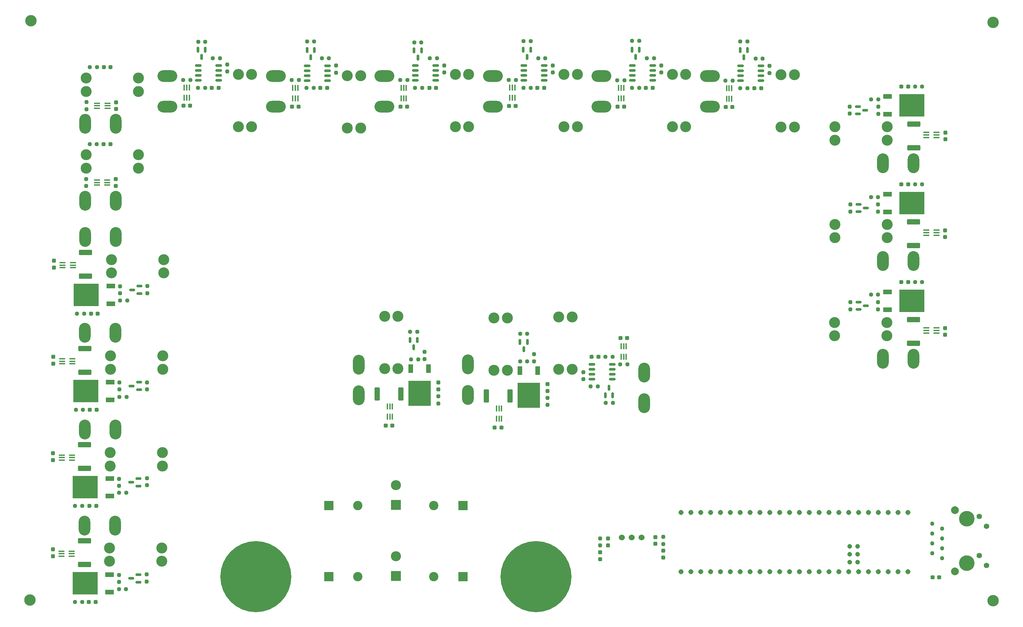
<source format=gts>
G04 #@! TF.GenerationSoftware,KiCad,Pcbnew,(6.0.7)*
G04 #@! TF.CreationDate,2023-03-20T21:13:55-05:00*
G04 #@! TF.ProjectId,2023 Powerboard,32303233-2050-46f7-9765-72626f617264,rev?*
G04 #@! TF.SameCoordinates,Original*
G04 #@! TF.FileFunction,Soldermask,Top*
G04 #@! TF.FilePolarity,Negative*
%FSLAX46Y46*%
G04 Gerber Fmt 4.6, Leading zero omitted, Abs format (unit mm)*
G04 Created by KiCad (PCBNEW (6.0.7)) date 2023-03-20 21:13:55*
%MOMM*%
%LPD*%
G01*
G04 APERTURE LIST*
G04 Aperture macros list*
%AMRoundRect*
0 Rectangle with rounded corners*
0 $1 Rounding radius*
0 $2 $3 $4 $5 $6 $7 $8 $9 X,Y pos of 4 corners*
0 Add a 4 corners polygon primitive as box body*
4,1,4,$2,$3,$4,$5,$6,$7,$8,$9,$2,$3,0*
0 Add four circle primitives for the rounded corners*
1,1,$1+$1,$2,$3*
1,1,$1+$1,$4,$5*
1,1,$1+$1,$6,$7*
1,1,$1+$1,$8,$9*
0 Add four rect primitives between the rounded corners*
20,1,$1+$1,$2,$3,$4,$5,0*
20,1,$1+$1,$4,$5,$6,$7,0*
20,1,$1+$1,$6,$7,$8,$9,0*
20,1,$1+$1,$8,$9,$2,$3,0*%
G04 Aperture macros list end*
%ADD10RoundRect,0.237500X-0.287500X-0.237500X0.287500X-0.237500X0.287500X0.237500X-0.287500X0.237500X0*%
%ADD11RoundRect,0.237500X0.237500X-0.250000X0.237500X0.250000X-0.237500X0.250000X-0.237500X-0.250000X0*%
%ADD12RoundRect,0.237500X0.250000X0.237500X-0.250000X0.237500X-0.250000X-0.237500X0.250000X-0.237500X0*%
%ADD13RoundRect,0.150000X0.587500X0.150000X-0.587500X0.150000X-0.587500X-0.150000X0.587500X-0.150000X0*%
%ADD14RoundRect,0.237500X-0.250000X-0.237500X0.250000X-0.237500X0.250000X0.237500X-0.250000X0.237500X0*%
%ADD15RoundRect,0.249999X0.450001X1.425001X-0.450001X1.425001X-0.450001X-1.425001X0.450001X-1.425001X0*%
%ADD16RoundRect,0.237500X-0.237500X0.250000X-0.237500X-0.250000X0.237500X-0.250000X0.237500X0.250000X0*%
%ADD17R,2.600000X2.600000*%
%ADD18O,2.600000X2.600000*%
%ADD19R,0.400000X1.500000*%
%ADD20R,2.400000X2.400000*%
%ADD21C,2.400000*%
%ADD22O,3.000000X5.100000*%
%ADD23C,2.946400*%
%ADD24RoundRect,0.237500X0.287500X0.237500X-0.287500X0.237500X-0.287500X-0.237500X0.287500X-0.237500X0*%
%ADD25RoundRect,0.249999X1.425001X-0.450001X1.425001X0.450001X-1.425001X0.450001X-1.425001X-0.450001X0*%
%ADD26RoundRect,0.237500X0.300000X0.237500X-0.300000X0.237500X-0.300000X-0.237500X0.300000X-0.237500X0*%
%ADD27C,2.819400*%
%ADD28RoundRect,0.150000X-0.150000X0.587500X-0.150000X-0.587500X0.150000X-0.587500X0.150000X0.587500X0*%
%ADD29R,1.500000X0.400000*%
%ADD30RoundRect,0.150000X0.675000X0.150000X-0.675000X0.150000X-0.675000X-0.150000X0.675000X-0.150000X0*%
%ADD31RoundRect,0.237500X-0.237500X0.300000X-0.237500X-0.300000X0.237500X-0.300000X0.237500X0.300000X0*%
%ADD32RoundRect,0.150000X-0.587500X-0.150000X0.587500X-0.150000X0.587500X0.150000X-0.587500X0.150000X0*%
%ADD33RoundRect,0.237500X-0.300000X-0.237500X0.300000X-0.237500X0.300000X0.237500X-0.300000X0.237500X0*%
%ADD34RoundRect,0.237500X0.237500X-0.300000X0.237500X0.300000X-0.237500X0.300000X-0.237500X-0.300000X0*%
%ADD35C,18.288000*%
%ADD36R,1.200000X2.200000*%
%ADD37R,5.800000X6.400000*%
%ADD38R,2.200000X1.200000*%
%ADD39R,6.400000X5.800000*%
%ADD40RoundRect,0.237500X0.237500X-0.287500X0.237500X0.287500X-0.237500X0.287500X-0.237500X-0.287500X0*%
%ADD41RoundRect,0.249999X-1.425001X0.450001X-1.425001X-0.450001X1.425001X-0.450001X1.425001X0.450001X0*%
%ADD42RoundRect,0.150000X0.150000X-0.587500X0.150000X0.587500X-0.150000X0.587500X-0.150000X-0.587500X0*%
%ADD43RoundRect,0.237500X-0.237500X0.287500X-0.237500X-0.287500X0.237500X-0.287500X0.237500X0.287500X0*%
%ADD44RoundRect,0.150000X-0.675000X-0.150000X0.675000X-0.150000X0.675000X0.150000X-0.675000X0.150000X0*%
%ADD45C,1.308000*%
%ADD46C,1.208000*%
%ADD47C,1.524000*%
%ADD48C,1.100000*%
%ADD49C,1.400000*%
%ADD50C,4.000000*%
%ADD51C,2.000000*%
%ADD52O,5.100000X3.000000*%
G04 APERTURE END LIST*
D10*
X244705500Y-67498000D03*
X246455500Y-67498000D03*
D11*
X125475400Y-123860600D03*
X125475400Y-122035600D03*
D12*
X120037900Y-105422100D03*
X118212900Y-105422100D03*
D11*
X238743700Y-49360500D03*
X238743700Y-47535500D03*
D13*
X48302400Y-145122900D03*
X48302400Y-143222900D03*
X46427400Y-144172900D03*
D14*
X118466900Y-112534100D03*
X120291900Y-112534100D03*
D15*
X143915900Y-121932100D03*
X137815900Y-121932100D03*
D16*
X43529500Y-93741200D03*
X43529500Y-95566200D03*
D14*
X63603500Y-42672000D03*
X65428500Y-42672000D03*
D17*
X114554000Y-168295000D03*
D18*
X114554000Y-163215000D03*
D12*
X149248500Y-30721086D03*
X147423500Y-30721086D03*
D16*
X162811500Y-115827100D03*
X162811500Y-117652100D03*
D19*
X173875500Y-109201300D03*
X173225500Y-109201300D03*
X172575500Y-109201300D03*
X172575500Y-111861300D03*
X173225500Y-111861300D03*
X173875500Y-111861300D03*
D20*
X97282000Y-168402000D03*
D21*
X104782000Y-168402000D03*
D22*
X104989400Y-113918100D03*
X104989400Y-121818100D03*
D23*
X20375880Y-174442120D03*
D24*
X37523000Y-125478500D03*
X35773000Y-125478500D03*
D11*
X154931000Y-38758500D03*
X154931000Y-36933500D03*
D24*
X124940000Y-42672000D03*
X123190000Y-42672000D03*
D11*
X50514500Y-120295000D03*
X50514500Y-118470000D03*
D14*
X43379000Y-122176500D03*
X45204000Y-122176500D03*
D12*
X65479300Y-30827561D03*
X63654300Y-30827561D03*
D25*
X34366200Y-165341600D03*
X34366200Y-159241600D03*
D14*
X172313000Y-113833300D03*
X174138000Y-113833300D03*
D12*
X93508200Y-30783500D03*
X91683200Y-30783500D03*
X153049500Y-35052000D03*
X151224500Y-35052000D03*
D19*
X143876000Y-45272000D03*
X144526000Y-45272000D03*
X145176000Y-45272000D03*
X145176000Y-42612000D03*
X144526000Y-42612000D03*
X143876000Y-42612000D03*
D14*
X164693000Y-119533600D03*
X166518000Y-119533600D03*
D26*
X117448500Y-47498000D03*
X115723500Y-47498000D03*
D11*
X71120000Y-38504500D03*
X71120000Y-36679500D03*
X210771700Y-38854000D03*
X210771700Y-37029000D03*
D27*
X227576800Y-56141700D03*
X227576800Y-52712700D03*
X241038800Y-56141700D03*
X241038800Y-52712700D03*
D10*
X164984500Y-111913600D03*
X166734500Y-111913600D03*
D26*
X89508500Y-47498000D03*
X87783500Y-47498000D03*
D28*
X121158000Y-33020000D03*
X119258000Y-33020000D03*
X120208000Y-34895000D03*
D12*
X250049000Y-92644000D03*
X248224000Y-92644000D03*
D28*
X148419900Y-108040600D03*
X146519900Y-108040600D03*
X147469900Y-109915600D03*
D11*
X182880000Y-38758500D03*
X182880000Y-36933500D03*
D12*
X61618500Y-40640000D03*
X59793500Y-40640000D03*
D23*
X268306420Y-25825580D03*
D24*
X152767000Y-42672000D03*
X151017000Y-42672000D03*
D19*
X199707700Y-45479800D03*
X200357700Y-45479800D03*
X201007700Y-45479800D03*
X201007700Y-42819800D03*
X200357700Y-42819800D03*
X199707700Y-42819800D03*
D24*
X41102500Y-37386300D03*
X39352500Y-37386300D03*
D12*
X173378500Y-40752300D03*
X171553500Y-40752300D03*
D10*
X244726700Y-42352000D03*
X246476700Y-42352000D03*
D27*
X156486900Y-101612100D03*
X159915900Y-101612100D03*
X159915900Y-115074100D03*
X156486900Y-115074100D03*
X54451500Y-136514800D03*
X54451500Y-139943800D03*
X40989500Y-139943800D03*
X40989500Y-136514800D03*
D14*
X31929700Y-174991600D03*
X33754700Y-174991600D03*
D26*
X61568500Y-47244000D03*
X59843500Y-47244000D03*
X141728400Y-130060100D03*
X140003400Y-130060100D03*
D27*
X227483600Y-106484500D03*
X227483600Y-103055500D03*
X240945600Y-103055500D03*
X240945600Y-106484500D03*
D24*
X208598700Y-42767500D03*
X206848700Y-42767500D03*
X180707000Y-42672000D03*
X178957000Y-42672000D03*
D27*
X213717619Y-52800500D03*
X217146619Y-52800500D03*
X213717619Y-39338500D03*
X217146619Y-39338500D03*
D19*
X140469900Y-127834100D03*
X141119900Y-127834100D03*
X141769900Y-127834100D03*
X141769900Y-125174100D03*
X141119900Y-125174100D03*
X140469900Y-125174100D03*
D27*
X54832500Y-86894000D03*
X54832500Y-90323000D03*
X41370500Y-86894000D03*
X41370500Y-90323000D03*
D29*
X253789700Y-55448000D03*
X253789700Y-54798000D03*
X253789700Y-54148000D03*
X251129700Y-54148000D03*
X251129700Y-54798000D03*
X251129700Y-55448000D03*
D30*
X68919000Y-40767000D03*
X68919000Y-39497000D03*
X68919000Y-38227000D03*
X68919000Y-36957000D03*
X63669000Y-36957000D03*
X63669000Y-38227000D03*
X63669000Y-39497000D03*
X63669000Y-40767000D03*
D11*
X238722500Y-99652500D03*
X238722500Y-97827500D03*
D25*
X34639500Y-91099700D03*
X34639500Y-84999700D03*
D24*
X96887000Y-42672000D03*
X95137000Y-42672000D03*
D20*
X97282000Y-150114000D03*
D21*
X104782000Y-150114000D03*
D11*
X167132000Y-160424500D03*
X167132000Y-158599500D03*
D27*
X227585200Y-77807900D03*
X227585200Y-81236900D03*
X241047200Y-81236900D03*
X241047200Y-77807900D03*
D16*
X231610500Y-97827500D03*
X231610500Y-99652500D03*
D11*
X238722500Y-74506500D03*
X238722500Y-72681500D03*
D31*
X42467500Y-66193500D03*
X42467500Y-67918500D03*
D32*
X233488200Y-47498000D03*
X233488200Y-49398000D03*
X235363200Y-48448000D03*
D19*
X60056000Y-45272000D03*
X60706000Y-45272000D03*
X61356000Y-45272000D03*
X61356000Y-42612000D03*
X60706000Y-42612000D03*
X60056000Y-42612000D03*
D27*
X48261100Y-59898043D03*
X48261100Y-63327043D03*
X34799100Y-59898043D03*
X34799100Y-63327043D03*
D33*
X172363000Y-107087600D03*
X174088000Y-107087600D03*
D32*
X233721000Y-72644000D03*
X233721000Y-74544000D03*
X235596000Y-73594000D03*
D31*
X42513500Y-46429800D03*
X42513500Y-48154800D03*
D28*
X149277000Y-32844500D03*
X147377000Y-32844500D03*
X148327000Y-34719500D03*
D31*
X255994500Y-104481500D03*
X255994500Y-106206500D03*
D34*
X26238200Y-163154100D03*
X26238200Y-161429100D03*
D35*
X78486000Y-168402000D03*
D12*
X238720600Y-70852700D03*
X236895600Y-70852700D03*
D20*
X131826000Y-168402000D03*
D21*
X124326000Y-168402000D03*
D26*
X201220200Y-47593500D03*
X199495200Y-47593500D03*
D22*
X133126200Y-113799600D03*
X133126200Y-121699600D03*
D34*
X26384500Y-113641000D03*
X26384500Y-111916000D03*
D27*
X77406500Y-52705000D03*
X73977500Y-52705000D03*
X73977500Y-39243000D03*
X77406500Y-39243000D03*
D34*
X26511500Y-88912200D03*
X26511500Y-87187200D03*
D23*
X20574000Y-25400000D03*
D14*
X32457000Y-100749700D03*
X34282000Y-100749700D03*
D16*
X43402500Y-118470000D03*
X43402500Y-120295000D03*
X231386700Y-47505300D03*
X231386700Y-49330300D03*
D12*
X208993700Y-35147500D03*
X207168700Y-35147500D03*
D36*
X122929400Y-114938100D03*
D37*
X120649400Y-121238100D03*
D36*
X118369400Y-114938100D03*
D15*
X115825400Y-121424100D03*
X109725400Y-121424100D03*
D38*
X40998500Y-122932500D03*
D39*
X34698500Y-120652500D03*
D38*
X40998500Y-118372500D03*
D29*
X253768500Y-80594000D03*
X253768500Y-79944000D03*
X253768500Y-79294000D03*
X251108500Y-79294000D03*
X251108500Y-79944000D03*
X251108500Y-80594000D03*
D31*
X169164000Y-158649500D03*
X169164000Y-160374500D03*
D12*
X250070200Y-42352000D03*
X248245200Y-42352000D03*
D26*
X173328500Y-47498000D03*
X171603500Y-47498000D03*
D12*
X148382400Y-105930100D03*
X146557400Y-105930100D03*
D38*
X241126500Y-70044000D03*
D39*
X247426500Y-72324000D03*
D38*
X241126500Y-74604000D03*
D16*
X43256200Y-167983100D03*
X43256200Y-169808100D03*
D12*
X117498500Y-40640000D03*
X115673500Y-40640000D03*
X125118500Y-35052000D03*
X123293500Y-35052000D03*
D16*
X231610500Y-72681500D03*
X231610500Y-74506500D03*
D38*
X40896900Y-147722900D03*
D39*
X34596900Y-145442900D03*
D38*
X40896900Y-143162900D03*
D12*
X121129500Y-31017481D03*
X119304500Y-31017481D03*
D27*
X133286500Y-52705000D03*
X129857500Y-52705000D03*
X129857500Y-39243000D03*
X133286500Y-39243000D03*
D13*
X48404000Y-120332500D03*
X48404000Y-118432500D03*
X46529000Y-119382500D03*
D32*
X233721000Y-97790000D03*
X233721000Y-99690000D03*
X235596000Y-98740000D03*
D14*
X203255200Y-42767500D03*
X205080200Y-42767500D03*
D30*
X208570700Y-40862500D03*
X208570700Y-39592500D03*
X208570700Y-38322500D03*
X208570700Y-37052500D03*
X203320700Y-37052500D03*
X203320700Y-38322500D03*
X203320700Y-39592500D03*
X203320700Y-40862500D03*
D24*
X37421400Y-150268900D03*
X35671400Y-150268900D03*
D28*
X205117700Y-32940000D03*
X203217700Y-32940000D03*
X204167700Y-34815000D03*
D26*
X113637900Y-129552100D03*
X111912900Y-129552100D03*
D14*
X91543500Y-42672000D03*
X93368500Y-42672000D03*
D24*
X37800500Y-100749700D03*
X36050500Y-100749700D03*
D11*
X153565900Y-124265100D03*
X153565900Y-122440100D03*
D30*
X152730000Y-40767000D03*
X152730000Y-39497000D03*
X152730000Y-38227000D03*
X152730000Y-36957000D03*
X147480000Y-36957000D03*
X147480000Y-38227000D03*
X147480000Y-39497000D03*
X147480000Y-40767000D03*
D16*
X34893500Y-46379800D03*
X34893500Y-48204800D03*
D38*
X241126500Y-95190000D03*
D39*
X247426500Y-97470000D03*
D38*
X241126500Y-99750000D03*
D14*
X175363500Y-42672000D03*
X177188500Y-42672000D03*
D33*
X252725500Y-168642500D03*
X254450500Y-168642500D03*
D28*
X177226000Y-32844500D03*
X175326000Y-32844500D03*
X176276000Y-34719500D03*
D27*
X54503000Y-115062000D03*
X54503000Y-111633000D03*
X41041000Y-115062000D03*
X41041000Y-111633000D03*
D29*
X28464200Y-161895600D03*
X28464200Y-162545600D03*
X28464200Y-163195600D03*
X31124200Y-163195600D03*
X31124200Y-162545600D03*
X31124200Y-161895600D03*
D27*
X185737500Y-52705000D03*
X189166500Y-52705000D03*
X189166500Y-39243000D03*
X185737500Y-39243000D03*
D29*
X28610500Y-112382500D03*
X28610500Y-113032500D03*
X28610500Y-113682500D03*
X31270500Y-113682500D03*
X31270500Y-113032500D03*
X31270500Y-112382500D03*
D13*
X48531000Y-95603700D03*
X48531000Y-93703700D03*
X46656000Y-94653700D03*
D30*
X124799000Y-40767000D03*
X124799000Y-39497000D03*
X124799000Y-38227000D03*
X124799000Y-36957000D03*
X119549000Y-36957000D03*
X119549000Y-38227000D03*
X119549000Y-39497000D03*
X119549000Y-40767000D03*
D12*
X89558500Y-40640000D03*
X87733500Y-40640000D03*
D40*
X167132000Y-163943000D03*
X167132000Y-162193000D03*
D25*
X34512500Y-115828500D03*
X34512500Y-109728500D03*
D41*
X247866500Y-77148000D03*
X247866500Y-83248000D03*
D19*
X171928000Y-45384300D03*
X172578000Y-45384300D03*
X173228000Y-45384300D03*
X173228000Y-42724300D03*
X172578000Y-42724300D03*
X171928000Y-42724300D03*
D14*
X32179500Y-125478500D03*
X34004500Y-125478500D03*
D27*
X102057200Y-53008500D03*
X105486200Y-53008500D03*
X102057200Y-39546500D03*
X105486200Y-39546500D03*
D40*
X183388000Y-163535500D03*
X183388000Y-161785500D03*
D14*
X119483500Y-42672000D03*
X121308500Y-42672000D03*
D24*
X68947000Y-42672000D03*
X67197000Y-42672000D03*
D30*
X96998700Y-40816500D03*
X96998700Y-39546500D03*
X96998700Y-38276500D03*
X96998700Y-37006500D03*
X91748700Y-37006500D03*
X91748700Y-38276500D03*
X91748700Y-39546500D03*
X91748700Y-40816500D03*
D42*
X168465500Y-121741100D03*
X170365500Y-121741100D03*
X169415500Y-119866100D03*
D12*
X238720600Y-95895200D03*
X236895600Y-95895200D03*
D13*
X48257700Y-169845600D03*
X48257700Y-167945600D03*
X46382700Y-168895600D03*
D22*
X178471500Y-123838000D03*
X178471500Y-115938000D03*
D35*
X150622000Y-168402000D03*
D11*
X50539900Y-95515400D03*
X50539900Y-93690400D03*
D31*
X255994500Y-79335500D03*
X255994500Y-81060500D03*
D12*
X145454900Y-40640000D03*
X143629900Y-40640000D03*
D43*
X125475400Y-118517100D03*
X125475400Y-120267100D03*
D12*
X170328000Y-111913600D03*
X168503000Y-111913600D03*
D14*
X43258100Y-171687700D03*
X45083100Y-171687700D03*
D28*
X65466000Y-32844500D03*
X63566000Y-32844500D03*
X64516000Y-34719500D03*
D29*
X253768500Y-105740000D03*
X253768500Y-105090000D03*
X253768500Y-104440000D03*
X251108500Y-104440000D03*
X251108500Y-105090000D03*
X251108500Y-105740000D03*
D12*
X238741800Y-45654000D03*
X236916800Y-45654000D03*
D28*
X120075400Y-107532600D03*
X118175400Y-107532600D03*
X119125400Y-109407600D03*
D27*
X157875486Y-52721400D03*
X161304486Y-52721400D03*
X161304486Y-39259400D03*
X157875486Y-39259400D03*
D11*
X50368200Y-169706500D03*
X50368200Y-167881500D03*
D12*
X69238500Y-35052000D03*
X67413500Y-35052000D03*
D14*
X43277400Y-146839900D03*
X45102400Y-146839900D03*
X168581600Y-123750000D03*
X170406600Y-123750000D03*
D44*
X165012500Y-113818600D03*
X165012500Y-115088600D03*
X165012500Y-116358600D03*
X165012500Y-117628600D03*
X170262500Y-117628600D03*
X170262500Y-116358600D03*
X170262500Y-115088600D03*
X170262500Y-113818600D03*
D29*
X40241500Y-67706000D03*
X40241500Y-67056000D03*
X40241500Y-66406000D03*
X37581500Y-66406000D03*
X37581500Y-67056000D03*
X37581500Y-67706000D03*
D14*
X147423500Y-42672000D03*
X149248500Y-42672000D03*
D38*
X41125500Y-98203700D03*
D39*
X34825500Y-95923700D03*
D38*
X41125500Y-93643700D03*
D16*
X43300900Y-143260400D03*
X43300900Y-145085400D03*
D45*
X243840000Y-151892000D03*
X241300000Y-151892000D03*
X238760000Y-151892000D03*
X236220000Y-151892000D03*
X210820000Y-151892000D03*
X241300000Y-167132000D03*
X233680000Y-151892000D03*
X231140000Y-151892000D03*
X228600000Y-151892000D03*
X226060000Y-151892000D03*
X223520000Y-151892000D03*
X220980000Y-151892000D03*
X218440000Y-151892000D03*
X215900000Y-151892000D03*
X213360000Y-151892000D03*
X213360000Y-167132000D03*
X215900000Y-167132000D03*
X218440000Y-167132000D03*
X220980000Y-167132000D03*
X223520000Y-167132000D03*
X226060000Y-167132000D03*
X228600000Y-167132000D03*
X231140000Y-167132000D03*
X233680000Y-167132000D03*
X236220000Y-167132000D03*
X238760000Y-167132000D03*
X208280000Y-151892000D03*
X205740000Y-151892000D03*
X203200000Y-151892000D03*
X200660000Y-151892000D03*
X198120000Y-151892000D03*
X195580000Y-151892000D03*
X193040000Y-151892000D03*
X190500000Y-151892000D03*
X187960000Y-151892000D03*
X187960000Y-167132000D03*
X190500000Y-167132000D03*
X193040000Y-167132000D03*
X195580000Y-167132000D03*
X198120000Y-167132000D03*
X200660000Y-167132000D03*
X203200000Y-167132000D03*
X205740000Y-167132000D03*
X208280000Y-167132000D03*
X246380000Y-151892000D03*
X210820000Y-167132000D03*
X243840000Y-167132000D03*
D46*
X231410000Y-162682000D03*
X233410000Y-162682000D03*
X233410000Y-164682000D03*
X231410000Y-164682000D03*
X231410000Y-160682000D03*
X233410000Y-160682000D03*
D45*
X246380000Y-167132000D03*
D11*
X127000000Y-38758500D03*
X127000000Y-36933500D03*
D14*
X35713000Y-57150000D03*
X37538000Y-57150000D03*
D38*
X40852200Y-172445600D03*
D39*
X34552200Y-170165600D03*
D38*
X40852200Y-167885600D03*
D31*
X256015700Y-54189500D03*
X256015700Y-55914500D03*
D12*
X97318200Y-35101500D03*
X95493200Y-35101500D03*
D34*
X26282900Y-138431400D03*
X26282900Y-136706400D03*
D47*
X172720000Y-158369000D03*
X175260000Y-158369000D03*
X177800000Y-158369000D03*
D29*
X40287500Y-47942300D03*
X40287500Y-47292300D03*
X40287500Y-46642300D03*
X37627500Y-46642300D03*
X37627500Y-47292300D03*
X37627500Y-47942300D03*
D12*
X201270200Y-40847800D03*
X199445200Y-40847800D03*
D25*
X34410900Y-140618900D03*
X34410900Y-134518900D03*
D11*
X121919400Y-112430600D03*
X121919400Y-110605600D03*
D27*
X48307100Y-43612539D03*
X48307100Y-40183539D03*
X34845100Y-43612539D03*
X34845100Y-40183539D03*
D19*
X115927000Y-45377919D03*
X116577000Y-45377919D03*
X117227000Y-45377919D03*
X117227000Y-42717919D03*
X116577000Y-42717919D03*
X115927000Y-42717919D03*
D27*
X139827000Y-101854000D03*
X143256000Y-101854000D03*
X139827000Y-115316000D03*
X143256000Y-115316000D03*
D48*
X255163500Y-163689500D03*
X252623500Y-162419500D03*
X255163500Y-161149500D03*
X252623500Y-159879500D03*
X255163500Y-158609500D03*
X252623500Y-157339500D03*
X255163500Y-156069500D03*
X252623500Y-154799500D03*
D49*
X266593500Y-165569500D03*
X264803500Y-163029500D03*
X266593500Y-155459500D03*
X264803500Y-152919500D03*
D50*
X261513500Y-164959500D03*
X261513500Y-153529500D03*
D51*
X258463500Y-151369500D03*
X258463500Y-167119500D03*
D11*
X99199700Y-38808000D03*
X99199700Y-36983000D03*
D41*
X247887700Y-52002000D03*
X247887700Y-58102000D03*
D14*
X43531400Y-97396900D03*
X45356400Y-97396900D03*
D20*
X131826000Y-150114000D03*
D21*
X124326000Y-150114000D03*
D12*
X205052400Y-30778700D03*
X203227400Y-30778700D03*
D36*
X151019900Y-115446100D03*
D37*
X148739900Y-121746100D03*
D36*
X146459900Y-115446100D03*
D23*
X268306420Y-174580420D03*
D19*
X87996000Y-45376400D03*
X88646000Y-45376400D03*
X89296000Y-45376400D03*
X89296000Y-42716400D03*
X88646000Y-42716400D03*
X87996000Y-42716400D03*
D29*
X28737500Y-87653700D03*
X28737500Y-88303700D03*
X28737500Y-88953700D03*
X31397500Y-88953700D03*
X31397500Y-88303700D03*
X31397500Y-87653700D03*
D16*
X34847500Y-66143500D03*
X34847500Y-67968500D03*
D26*
X145388500Y-47340586D03*
X143663500Y-47340586D03*
D30*
X180679000Y-40767000D03*
X180679000Y-39497000D03*
X180679000Y-38227000D03*
X180679000Y-36957000D03*
X175429000Y-36957000D03*
X175429000Y-38227000D03*
X175429000Y-39497000D03*
X175429000Y-40767000D03*
D14*
X146557400Y-113042100D03*
X148382400Y-113042100D03*
D24*
X41056500Y-57150000D03*
X39306500Y-57150000D03*
D17*
X114554000Y-150007000D03*
D18*
X114554000Y-144927000D03*
D11*
X50514500Y-144933000D03*
X50514500Y-143108000D03*
D16*
X183388000Y-158192000D03*
X183388000Y-160017000D03*
D27*
X54324500Y-161062000D03*
X54324500Y-164491000D03*
X40862500Y-164491000D03*
X40862500Y-161062000D03*
D12*
X177188500Y-30632400D03*
X175363500Y-30632400D03*
X180998500Y-35052000D03*
X179173500Y-35052000D03*
D10*
X244705500Y-92644000D03*
X246455500Y-92644000D03*
D19*
X112379400Y-127326100D03*
X113029400Y-127326100D03*
X113679400Y-127326100D03*
X113679400Y-124666100D03*
X113029400Y-124666100D03*
X112379400Y-124666100D03*
D27*
X115118100Y-101453100D03*
X111689100Y-101453100D03*
X115118100Y-114915100D03*
X111689100Y-114915100D03*
D29*
X28508900Y-137172900D03*
X28508900Y-137822900D03*
X28508900Y-138472900D03*
X31168900Y-138472900D03*
X31168900Y-137822900D03*
X31168900Y-137172900D03*
D38*
X241147700Y-44898000D03*
D39*
X247447700Y-47178000D03*
D38*
X241147700Y-49458000D03*
D12*
X250049000Y-67498000D03*
X248224000Y-67498000D03*
D41*
X247866500Y-102294000D03*
X247866500Y-108394000D03*
D14*
X31974400Y-150268900D03*
X33799400Y-150268900D03*
D43*
X153565900Y-118921600D03*
X153565900Y-120671600D03*
D14*
X35759000Y-37386300D03*
X37584000Y-37386300D03*
D31*
X181356000Y-158242000D03*
X181356000Y-159967000D03*
D11*
X150162300Y-113040200D03*
X150162300Y-111215200D03*
D28*
X93612900Y-32962300D03*
X91712900Y-32962300D03*
X92662900Y-34837300D03*
D24*
X37273200Y-174991600D03*
X35523200Y-174991600D03*
D22*
X239943000Y-112341700D03*
X247817000Y-112341700D03*
X239943000Y-87195700D03*
X247817000Y-87195700D03*
X42289700Y-155293900D03*
X34415700Y-155293900D03*
D52*
X195465700Y-47547500D03*
X195465700Y-39673500D03*
D22*
X42334400Y-130571200D03*
X34460400Y-130571200D03*
D52*
X167525700Y-47547500D03*
X167525700Y-39673500D03*
D22*
X42340500Y-105732500D03*
X34466500Y-105732500D03*
X42467500Y-81052000D03*
X34593500Y-81052000D03*
D52*
X111645700Y-47547500D03*
X111645700Y-39673500D03*
D22*
X42467500Y-51930300D03*
X34593500Y-51930300D03*
D52*
X139585700Y-47547500D03*
X139585700Y-39673500D03*
D22*
X42467500Y-71742300D03*
X34593500Y-71742300D03*
D52*
X83705700Y-47547500D03*
X83705700Y-39673500D03*
X55765700Y-47547500D03*
X55765700Y-39673500D03*
D22*
X239964200Y-62049700D03*
X247838200Y-62049700D03*
M02*

</source>
